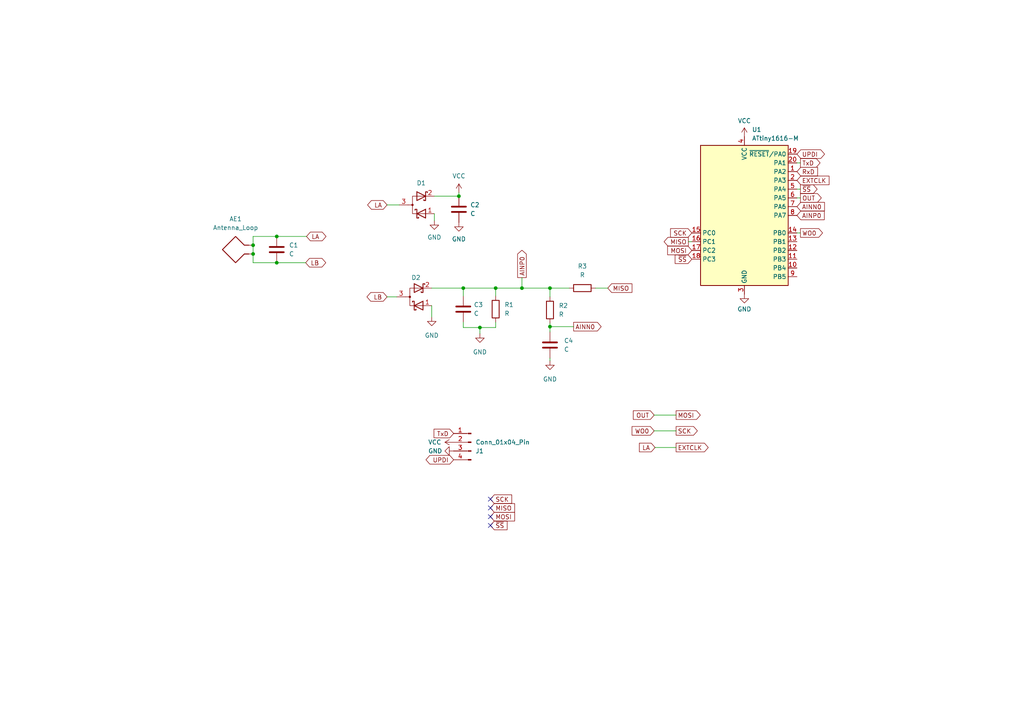
<source format=kicad_sch>
(kicad_sch (version 20250114) (generator "eeschema") (generator_version "9.0")
  (paper "A4")
  (lib_symbols
    (symbol "Connector:Conn_01x04_Pin" (pin_names (offset 1.016) (hide yes))
      (property "Reference" "J" (at 0 5.08 0))
      (property "Value" "Conn_01x04_Pin" (at 0 -7.62 0))
      (symbol "Conn_01x04_Pin_1_1"
        (rectangle (start 0.8636 2.667) (end 0 2.413) (stroke (width 0.1524)) (fill (type outline)))
        (rectangle (start 0.8636 0.127) (end 0 -0.127) (stroke (width 0.1524)) (fill (type outline)))
        (rectangle (start 0.8636 -2.413) (end 0 -2.667) (stroke (width 0.1524)) (fill (type outline)))
        (rectangle (start 0.8636 -4.953) (end 0 -5.207) (stroke (width 0.1524)) (fill (type outline)))
        (polyline (pts (xy 1.27 2.54) (xy 0.8636 2.54)) (stroke (width 0.1524)))
        (polyline (pts (xy 1.27 0) (xy 0.8636 0)) (stroke (width 0.1524)))
        (polyline (pts (xy 1.27 -2.54) (xy 0.8636 -2.54)) (stroke (width 0.1524)))
        (polyline (pts (xy 1.27 -5.08) (xy 0.8636 -5.08)) (stroke (width 0.1524)))
        (pin passive line (at 5.08 2.54 180) (length 3.81) (name "Pin_1") (number "1"))
        (pin passive line (at 5.08 0 180) (length 3.81) (name "Pin_2") (number "2"))
        (pin passive line (at 5.08 -2.54 180) (length 3.81) (name "Pin_3") (number "3"))
        (pin passive line (at 5.08 -5.08 180) (length 3.81) (name "Pin_4") (number "4"))
      )
    )
    (symbol "Device:Antenna_Loop" (pin_numbers (hide yes)) (pin_names (offset 1.016) (hide yes))
      (property "Reference" "AE" (at 1.27 6.35 0))
      (property "Value" "Antenna_Loop" (at 1.27 5.08 0))
      (symbol "Antenna_Loop_0_1"
        (polyline (pts (xy 2.54 -3.81) (xy 2.54 -2.54) (xy 5.08 0) (xy 1.27 3.81) (xy -2.54 0) (xy 0 -2.54) (xy 0 -3.81)) (stroke (width 0.254)))
      )
      (symbol "Antenna_Loop_1_1"
        (pin input line (at 0 -5.08 90) (length 2.54) (name "~") (number "1"))
        (pin input line (at 2.54 -5.08 90) (length 2.54) (name "~") (number "2"))
      )
    )
    (symbol "Device:C" (pin_numbers (hide yes)) (pin_names (offset 0.254))
      (property "Reference" "C" (at 0.635 2.54 0))
      (property "Value" "C" (at 0.635 -2.54 0))
      (symbol "C_0_1"
        (polyline (pts (xy -2.032 0.762) (xy 2.032 0.762)) (stroke (width 0.508)))
        (polyline (pts (xy -2.032 -0.762) (xy 2.032 -0.762)) (stroke (width 0.508)))
      )
      (symbol "C_1_1"
        (pin passive line (at 0 3.81 270) (length 2.794) (name "~") (number "1"))
        (pin passive line (at 0 -3.81 90) (length 2.794) (name "~") (number "2"))
      )
    )
    (symbol "Device:D_Schottky_Dual_Series_AKC_Parallel" (pin_names (offset 0.762) (hide yes))
      (property "Reference" "D" (at 0 5.08 0))
      (property "Value" "D_Schottky_Dual_Series_AKC_Parallel" (at 0 -5.08 0))
      (symbol "D_Schottky_Dual_Series_AKC_Parallel_0_1"
        (circle (center -1.27 0) (radius 0.254) (fill (type outline)))
        (polyline (pts (xy -1.27 0) (xy -2.54 0)))
        (polyline (pts (xy -0.508 -1.524) (xy -0.508 -1.27) (xy 0 -1.27) (xy 0 -3.81) (xy 0.508 -3.81) (xy 0.508 -3.556)) (stroke (width 0.254)))
        (polyline (pts (xy 0 3.81) (xy 2.54 2.54) (xy 0 1.27) (xy 0 3.81) (xy 0 3.81) (xy 0 3.81)) (stroke (width 0.254)))
        (polyline (pts (xy 2.54 2.54) (xy -1.27 2.54) (xy -1.27 -2.54) (xy 2.54 -2.54)))
        (polyline (pts (xy 2.54 -1.27) (xy 0 -2.54) (xy 2.54 -3.81) (xy 2.54 -1.27) (xy 2.54 -1.27) (xy 2.54 -1.27)) (stroke (width 0.254)))
        (polyline (pts (xy 3.048 3.556) (xy 3.048 3.81) (xy 2.54 3.81) (xy 2.54 1.27) (xy 2.032 1.27) (xy 2.032 1.524)) (stroke (width 0.254)))
        (pin passive line (at -5.08 0 0) (length 2.54) (name "A") (number "3"))
        (pin passive line (at 5.08 2.54 180) (length 2.54) (name "K") (number "2"))
        (pin passive line (at 5.08 -2.54 180) (length 2.54) (name "K") (number "1"))
      )
    )
    (symbol "Device:R" (pin_numbers (hide yes)) (pin_names (offset 0))
      (property "Reference" "R" (at 2.032 0 90))
      (property "Value" "R" (at 0 0 90))
      (symbol "R_0_1"
        (rectangle (start -1.016 -2.54) (end 1.016 2.54) (stroke (width 0.254)))
      )
      (symbol "R_1_1"
        (pin passive line (at 0 3.81 270) (length 1.27) (name "~") (number "1"))
        (pin passive line (at 0 -3.81 90) (length 1.27) (name "~") (number "2"))
      )
    )
    (symbol "MCU_Microchip_ATtiny:ATtiny1616-M"
      (property "Reference" "U" (at -12.7 21.59 0))
      (property "Value" "ATtiny1616-M" (at 2.54 -21.59 0))
      (symbol "ATtiny1616-M_0_1"
        (rectangle (start -12.7 -20.32) (end 12.7 20.32) (stroke (width 0.254)) (fill (type background)))
      )
      (symbol "ATtiny1616-M_1_1"
        (pin bidirectional line (at -15.24 -5.08 0) (length 2.54) (name "PC0") (number "15"))
        (pin bidirectional line (at -15.24 -7.62 0) (length 2.54) (name "PC1") (number "16"))
        (pin bidirectional line (at -15.24 -10.16 0) (length 2.54) (name "PC2") (number "17"))
        (pin bidirectional line (at -15.24 -12.7 0) (length 2.54) (name "PC3") (number "18"))
        (pin power_in line (at 0 22.86 270) (length 2.54) (name "VCC") (number "4"))
        (pin passive line (at 0 -22.86 90) (length 2.54) (hide yes) (name "GND") (number "21"))
        (pin power_in line (at 0 -22.86 90) (length 2.54) (name "GND") (number "3"))
        (pin bidirectional line (at 15.24 17.78 180) (length 2.54) (name "~{RESET}/PA0") (number "19"))
        (pin bidirectional line (at 15.24 15.24 180) (length 2.54) (name "PA1") (number "20"))
        (pin bidirectional line (at 15.24 12.7 180) (length 2.54) (name "PA2") (number "1"))
        (pin bidirectional line (at 15.24 10.16 180) (length 2.54) (name "PA3") (number "2"))
        (pin bidirectional line (at 15.24 7.62 180) (length 2.54) (name "PA4") (number "5"))
        (pin bidirectional line (at 15.24 5.08 180) (length 2.54) (name "PA5") (number "6"))
        (pin bidirectional line (at 15.24 2.54 180) (length 2.54) (name "PA6") (number "7"))
        (pin bidirectional line (at 15.24 0 180) (length 2.54) (name "PA7") (number "8"))
        (pin bidirectional line (at 15.24 -5.08 180) (length 2.54) (name "PB0") (number "14"))
        (pin bidirectional line (at 15.24 -7.62 180) (length 2.54) (name "PB1") (number "13"))
        (pin bidirectional line (at 15.24 -10.16 180) (length 2.54) (name "PB2") (number "12"))
        (pin bidirectional line (at 15.24 -12.7 180) (length 2.54) (name "PB3") (number "11"))
        (pin bidirectional line (at 15.24 -15.24 180) (length 2.54) (name "PB4") (number "10"))
        (pin bidirectional line (at 15.24 -17.78 180) (length 2.54) (name "PB5") (number "9"))
      )
    )
    (symbol "power:GND" (power) (pin_names (offset 0))
      (property "Value" "GND" (at 0 -3.81 0))
      (symbol "GND_0_1"
        (polyline (pts (xy 0 0) (xy 0 -1.27) (xy 1.27 -1.27) (xy 0 -2.54) (xy -1.27 -1.27) (xy 0 -1.27)))
      )
      (symbol "GND_1_1"
        (pin power_in line (at 0 0 270) (length 0) (hide yes) (name "GND") (number "1"))
      )
    )
    (symbol "power:VCC" (power) (pin_names (offset 0))
      (property "Value" "VCC" (at 0 3.81 0))
      (symbol "VCC_0_1"
        (polyline (pts (xy -0.762 1.27) (xy 0 2.54)))
        (polyline (pts (xy 0 2.54) (xy 0.762 1.27)))
        (polyline (pts (xy 0 0) (xy 0 2.54)))
      )
      (symbol "VCC_1_1"
        (pin power_in line (at 0 0 90) (length 0) (hide yes) (name "VCC") (number "1"))
      )
    )
  )
  (junction (at 139.192 94.996))
  (junction (at 151.384 83.566))
  (junction (at 143.764 83.566))
  (junction (at 73.406 71.12))
  (junction (at 159.512 94.742))
  (junction (at 80.264 76.2))
  (junction (at 80.264 68.58))
  (junction (at 73.406 73.66))
  (junction (at 159.512 83.566))
  (junction (at 133.096 56.896))
  (junction (at 134.366 83.566))
  (no_connect (at 142.24 147.32))
  (no_connect (at 142.24 152.4))
  (no_connect (at 142.24 144.78))
  (no_connect (at 142.24 149.86))
  (wire (pts (xy 151.384 80.518) (xy 151.384 83.566)))
  (wire (pts (xy 134.366 83.566) (xy 134.366 85.852)))
  (wire (pts (xy 134.366 94.996) (xy 134.366 93.472)))
  (wire (pts (xy 176.276 83.566) (xy 172.72 83.566)))
  (wire (pts (xy 125.222 91.948) (xy 125.222 88.646)))
  (wire (pts (xy 139.192 96.774) (xy 139.192 94.996)))
  (wire (pts (xy 165.1 83.566) (xy 159.512 83.566)))
  (wire (pts (xy 139.192 94.996) (xy 134.366 94.996)))
  (wire (pts (xy 73.406 73.66) (xy 73.406 76.2)))
  (wire (pts (xy 112.268 59.436) (xy 115.824 59.436)))
  (wire (pts (xy 73.406 71.12) (xy 73.406 73.66)))
  (wire (pts (xy 143.764 83.566) (xy 151.384 83.566)))
  (wire (pts (xy 125.984 56.896) (xy 133.096 56.896)))
  (wire (pts (xy 73.406 68.58) (xy 80.264 68.58)))
  (wire (pts (xy 88.9 68.58) (xy 80.264 68.58)))
  (wire (pts (xy 133.096 55.88) (xy 133.096 56.896)))
  (wire (pts (xy 143.764 94.996) (xy 139.192 94.996)))
  (wire (pts (xy 143.764 83.566) (xy 134.366 83.566)))
  (wire (pts (xy 189.992 129.794) (xy 196.088 129.794)))
  (wire (pts (xy 73.406 76.2) (xy 80.264 76.2)))
  (wire (pts (xy 125.222 83.566) (xy 134.366 83.566)))
  (wire (pts (xy 199.644 70.104) (xy 200.66 70.104)))
  (wire (pts (xy 159.512 103.886) (xy 159.512 104.648)))
  (wire (pts (xy 231.14 54.864) (xy 232.156 54.864)))
  (wire (pts (xy 115.062 86.106) (xy 112.268 86.106)))
  (wire (pts (xy 159.512 86.106) (xy 159.512 83.566)))
  (wire (pts (xy 80.264 76.2) (xy 88.646 76.2)))
  (wire (pts (xy 125.984 64.008) (xy 125.984 61.976)))
  (wire (pts (xy 73.406 71.12) (xy 73.406 68.58)))
  (wire (pts (xy 143.764 85.852) (xy 143.764 83.566)))
  (wire (pts (xy 159.512 83.566) (xy 151.384 83.566)))
  (wire (pts (xy 232.156 67.564) (xy 231.14 67.564)))
  (wire (pts (xy 143.764 94.996) (xy 143.764 93.472)))
  (wire (pts (xy 159.512 93.726) (xy 159.512 94.742)))
  (wire (pts (xy 159.512 94.742) (xy 159.512 96.266)))
  (wire (pts (xy 189.738 124.968) (xy 196.088 124.968)))
  (wire (pts (xy 232.156 57.404) (xy 231.14 57.404)))
  (wire (pts (xy 232.156 47.244) (xy 231.14 47.244)))
  (wire (pts (xy 166.37 94.742) (xy 159.512 94.742)))
  (wire (pts (xy 189.738 120.396) (xy 196.088 120.396)))
  (global_label "LA" (shape input) (at 189.992 129.794 180) (property "Intersheetrefs" "${INTERSHEET_REFS}" (effects (hide yes))))
  (global_label "LA" (shape bidirectional) (at 88.9 68.58 0) (property "Intersheetrefs" "${INTERSHEET_REFS}" (effects (hide yes))))
  (global_label "AINN0" (shape input) (at 231.14 59.944 0) (property "Intersheetrefs" "${INTERSHEET_REFS}" (effects (hide yes))))
  (global_label "WO0" (shape output) (at 232.156 67.564 0) (property "Intersheetrefs" "${INTERSHEET_REFS}" (effects (hide yes))))
  (global_label "MOSI" (shape output) (at 196.088 120.396 0) (property "Intersheetrefs" "${INTERSHEET_REFS}" (effects (hide yes))))
  (global_label "MOSI" (shape input) (at 142.24 149.86 0) (property "Intersheetrefs" "${INTERSHEET_REFS}" (effects (hide yes))))
  (global_label "LA" (shape bidirectional) (at 112.268 59.436 180) (property "Intersheetrefs" "${INTERSHEET_REFS}" (effects (hide yes))))
  (global_label "RxD" (shape input) (at 231.14 49.784 0) (property "Intersheetrefs" "${INTERSHEET_REFS}" (effects (hide yes))))
  (global_label "AINP0" (shape output) (at 151.384 80.518 90) (property "Intersheetrefs" "${INTERSHEET_REFS}" (effects (hide yes))))
  (global_label "WO0" (shape input) (at 189.738 124.968 180) (property "Intersheetrefs" "${INTERSHEET_REFS}" (effects (hide yes))))
  (global_label "EXTCLK" (shape input) (at 231.14 52.324 0) (property "Intersheetrefs" "${INTERSHEET_REFS}" (effects (hide yes))))
  (global_label "LB" (shape bidirectional) (at 88.646 76.2 0) (property "Intersheetrefs" "${INTERSHEET_REFS}" (effects (hide yes))))
  (global_label "OUT" (shape input) (at 189.738 120.396 180) (property "Intersheetrefs" "${INTERSHEET_REFS}" (effects (hide yes))))
  (global_label "EXTCLK" (shape output) (at 196.088 129.794 0) (property "Intersheetrefs" "${INTERSHEET_REFS}" (effects (hide yes))))
  (global_label "UPDI" (shape bidirectional) (at 231.14 44.704 0) (property "Intersheetrefs" "${INTERSHEET_REFS}" (effects (hide yes))))
  (global_label "SCK" (shape input) (at 200.66 67.564 180) (property "Intersheetrefs" "${INTERSHEET_REFS}" (effects (hide yes))))
  (global_label "MISO" (shape output) (at 199.644 70.104 180) (property "Intersheetrefs" "${INTERSHEET_REFS}" (effects (hide yes))))
  (global_label "MISO" (shape input) (at 176.276 83.566 0) (property "Intersheetrefs" "${INTERSHEET_REFS}" (effects (hide yes))))
  (global_label "~{SS}" (shape input) (at 142.24 152.4 0) (property "Intersheetrefs" "${INTERSHEET_REFS}" (effects (hide yes))))
  (global_label "MOSI" (shape input) (at 200.66 72.644 180) (property "Intersheetrefs" "${INTERSHEET_REFS}" (effects (hide yes))))
  (global_label "TxD" (shape input) (at 131.572 125.73 180) (property "Intersheetrefs" "${INTERSHEET_REFS}" (effects (hide yes))))
  (global_label "UPDI" (shape bidirectional) (at 131.572 133.35 180) (property "Intersheetrefs" "${INTERSHEET_REFS}" (effects (hide yes))))
  (global_label "LB" (shape bidirectional) (at 112.268 86.106 180) (property "Intersheetrefs" "${INTERSHEET_REFS}" (effects (hide yes))))
  (global_label "TxD" (shape output) (at 232.156 47.244 0) (property "Intersheetrefs" "${INTERSHEET_REFS}" (effects (hide yes))))
  (global_label "~{SS}" (shape output) (at 232.156 54.864 0) (property "Intersheetrefs" "${INTERSHEET_REFS}" (effects (hide yes))))
  (global_label "AINP0" (shape input) (at 231.14 62.484 0) (property "Intersheetrefs" "${INTERSHEET_REFS}" (effects (hide yes))))
  (global_label "AINN0" (shape output) (at 166.37 94.742 0) (property "Intersheetrefs" "${INTERSHEET_REFS}" (effects (hide yes))))
  (global_label "SCK" (shape input) (at 142.24 144.78 0) (property "Intersheetrefs" "${INTERSHEET_REFS}" (effects (hide yes))))
  (global_label "SCK" (shape output) (at 196.088 124.968 0) (property "Intersheetrefs" "${INTERSHEET_REFS}" (effects (hide yes))))
  (global_label "~{SS}" (shape input) (at 200.66 75.184 180) (property "Intersheetrefs" "${INTERSHEET_REFS}" (effects (hide yes))))
  (global_label "OUT" (shape output) (at 232.156 57.404 0) (property "Intersheetrefs" "${INTERSHEET_REFS}" (effects (hide yes))))
  (global_label "MISO" (shape input) (at 142.24 147.32 0) (property "Intersheetrefs" "${INTERSHEET_REFS}" (effects (hide yes))))
  (symbol (lib_id "power:VCC") (at 131.572 128.27 90) (unit 1)
    (property "Reference" "#PWR010" (effects (hide yes)))
    (property "Value" "VCC" (at 128.016 128.27 90) (effects (justify left)))
  )
  (symbol (lib_id "power:GND") (at 215.9 85.344 0) (unit 1)
    (property "Reference" "#PWR05" (effects (hide yes)))
    (property "Value" "GND" (at 215.9 89.662 0))
  )
  (symbol (lib_id "Device:C") (at 159.512 100.076 0) (unit 1)
    (property "Reference" "C4" (at 163.576 98.806 0) (effects (justify left)))
    (property "Value" "C" (at 163.576 101.346 0) (effects (justify left)))
    (property "Footprint" "Capacitor_SMD:C_0402_1005Metric" (effects (hide yes)))
  )
  (symbol (lib_id "power:GND") (at 125.984 64.008 0) (unit 1)
    (property "Reference" "#PWR06" (effects (hide yes)))
    (property "Value" "GND" (at 125.984 68.834 0))
  )
  (symbol (lib_id "Device:C") (at 134.366 89.662 0) (unit 1)
    (property "Reference" "C3" (at 137.414 88.392 0) (effects (justify left)))
    (property "Value" "C" (at 137.414 90.932 0) (effects (justify left)))
    (property "Footprint" "Capacitor_SMD:C_0402_1005Metric" (effects (hide yes)))
  )
  (symbol (lib_id "Device:Antenna_Loop") (at 68.326 73.66 90) (unit 1)
    (property "Reference" "AE1" (at 68.326 63.5 90))
    (property "Value" "Antenna_Loop" (at 68.326 66.04 90))
    (property "Footprint" "Connector_PinHeader_2.54mm:PinHeader_1x02_P2.54mm_Vertical" (effects (hide yes)))
  )
  (symbol (lib_id "Device:C") (at 80.264 72.39 0) (unit 1)
    (property "Reference" "C1" (at 83.82 71.12 0) (effects (justify left)))
    (property "Value" "C" (at 83.82 73.66 0) (effects (justify left)))
    (property "Footprint" "Capacitor_SMD:C_0402_1005Metric" (effects (hide yes)))
  )
  (symbol (lib_id "power:VCC") (at 133.096 55.88 0) (unit 1)
    (property "Reference" "#PWR02" (effects (hide yes)))
    (property "Value" "VCC" (at 133.096 51.054 0))
  )
  (symbol (lib_id "Device:C") (at 133.096 60.706 0) (unit 1)
    (property "Reference" "C2" (at 136.398 59.436 0) (effects (justify left)))
    (property "Value" "C" (at 136.398 61.976 0) (effects (justify left)))
    (property "Footprint" "Capacitor_SMD:C_0402_1005Metric" (effects (hide yes)))
  )
  (symbol (lib_id "Device:R") (at 168.91 83.566 90) (unit 1)
    (property "Reference" "R3" (at 168.91 77.216 90))
    (property "Value" "R" (at 168.91 79.756 90))
    (property "Footprint" "Resistor_SMD:R_0402_1005Metric" (effects (hide yes)))
  )
  (symbol (lib_id "Device:D_Schottky_Dual_Series_AKC_Parallel") (at 120.904 59.436 0) (unit 1)
    (property "Reference" "D1" (at 122.174 53.086 0))
    (property "Value" "D_Schottky_Dual_Series_AKC_Parallel" (effects (hide yes)))
    (property "Footprint" "Package_TO_SOT_SMD:SOT-523" (effects (hide yes)))
  )
  (symbol (lib_id "power:GND") (at 139.192 96.774 0) (unit 1)
    (property "Reference" "#PWR03" (effects (hide yes)))
    (property "Value" "GND" (at 139.192 102.108 0))
  )
  (symbol (lib_id "power:GND") (at 125.222 91.948 0) (unit 1)
    (property "Reference" "#PWR07" (effects (hide yes)))
    (property "Value" "GND" (at 125.222 97.282 0))
  )
  (symbol (lib_id "MCU_Microchip_ATtiny:ATtiny1616-M") (at 215.9 62.484 0) (unit 1)
    (property "Reference" "U1" (at 218.0941 37.592 0) (effects (justify left)))
    (property "Value" "ATtiny1616-M" (at 218.0941 40.132 0) (effects (justify left)))
    (property "Footprint" "Package_DFN_QFN:VQFN-20-1EP_3x3mm_P0.4mm_EP1.7x1.7mm" (effects (hide yes)))
    (property "Datasheet" "http://ww1.microchip.com/downloads/en/DeviceDoc/ATtiny3216_ATtiny1616-data-sheet-40001997B.pdf" (effects (hide yes)))
  )
  (symbol (lib_id "power:VCC") (at 215.9 39.624 0) (unit 1)
    (property "Reference" "#PWR04" (effects (hide yes)))
    (property "Value" "VCC" (at 215.9 35.052 0))
  )
  (symbol (lib_id "Device:D_Schottky_Dual_Series_AKC_Parallel") (at 120.142 86.106 0) (unit 1)
    (property "Reference" "D2" (at 120.65 80.518 0))
    (property "Value" "D_Schottky_Dual_Series_AKC_Parallel" (effects (hide yes)))
    (property "Footprint" "Package_TO_SOT_SMD:SOT-523" (effects (hide yes)))
  )
  (symbol (lib_id "Device:R") (at 159.512 89.916 0) (unit 1)
    (property "Reference" "R2" (at 162.052 88.646 0) (effects (justify left)))
    (property "Value" "R" (at 162.052 91.186 0) (effects (justify left)))
    (property "Footprint" "Resistor_SMD:R_0402_1005Metric" (effects (hide yes)))
  )
  (symbol (lib_id "power:GND") (at 159.512 104.648 0) (unit 1)
    (property "Reference" "#PWR08" (effects (hide yes)))
    (property "Value" "GND" (at 159.512 109.982 0))
  )
  (symbol (lib_id "Device:R") (at 143.764 89.662 0) (unit 1)
    (property "Reference" "R1" (at 146.304 88.392 0) (effects (justify left)))
    (property "Value" "R" (at 146.304 90.932 0) (effects (justify left)))
    (property "Footprint" "Resistor_SMD:R_0402_1005Metric" (effects (hide yes)))
  )
  (symbol (lib_id "power:GND") (at 131.572 130.81 270) (unit 1)
    (property "Reference" "#PWR09" (effects (hide yes)))
    (property "Value" "GND" (at 128.27 130.81 90) (effects (justify right)))
  )
  (symbol (lib_id "Connector:Conn_01x04_Pin") (at 136.652 128.27 0) (mirror y) (unit 1)
    (property "Reference" "J1" (at 137.922 130.81 0) (effects (justify right)))
    (property "Value" "Conn_01x04_Pin" (at 137.922 128.27 0) (effects (justify right)))
    (property "Footprint" "Connector_PinHeader_2.54mm:PinHeader_1x04_P2.54mm_Vertical" (effects (hide yes)))
  )
  (symbol (lib_id "power:GND") (at 133.096 64.516 0) (unit 1)
    (property "Reference" "#PWR01" (effects (hide yes)))
    (property "Value" "GND" (at 133.096 69.342 0))
  )
)
</source>
